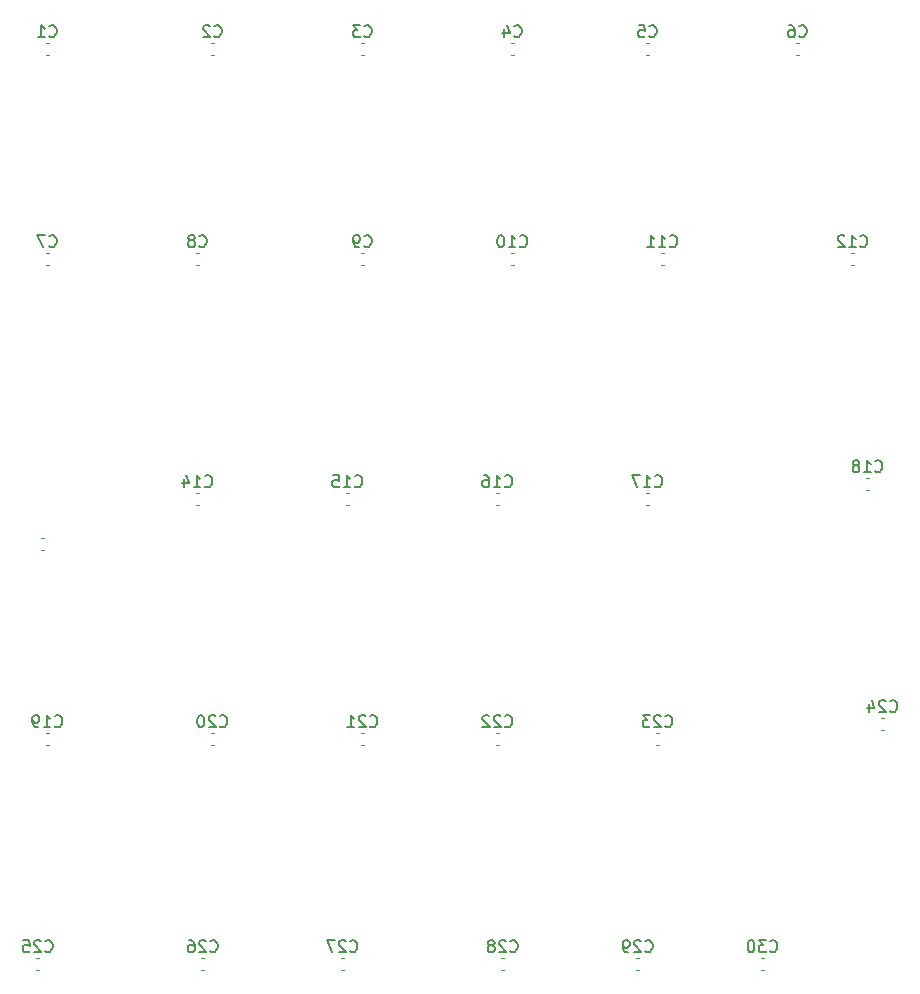
<source format=gbr>
%TF.GenerationSoftware,KiCad,Pcbnew,9.0.7*%
%TF.CreationDate,2026-02-20T03:41:17+09:00*%
%TF.ProjectId,YmmKeyboardMX,596d6d4b-6579-4626-9f61-72644d582e6b,rev?*%
%TF.SameCoordinates,Original*%
%TF.FileFunction,Legend,Bot*%
%TF.FilePolarity,Positive*%
%FSLAX46Y46*%
G04 Gerber Fmt 4.6, Leading zero omitted, Abs format (unit mm)*
G04 Created by KiCad (PCBNEW 9.0.7) date 2026-02-20 03:41:17*
%MOMM*%
%LPD*%
G01*
G04 APERTURE LIST*
%ADD10C,0.150000*%
%ADD11C,0.120000*%
G04 APERTURE END LIST*
D10*
X205112857Y-57349580D02*
X205160476Y-57397200D01*
X205160476Y-57397200D02*
X205303333Y-57444819D01*
X205303333Y-57444819D02*
X205398571Y-57444819D01*
X205398571Y-57444819D02*
X205541428Y-57397200D01*
X205541428Y-57397200D02*
X205636666Y-57301961D01*
X205636666Y-57301961D02*
X205684285Y-57206723D01*
X205684285Y-57206723D02*
X205731904Y-57016247D01*
X205731904Y-57016247D02*
X205731904Y-56873390D01*
X205731904Y-56873390D02*
X205684285Y-56682914D01*
X205684285Y-56682914D02*
X205636666Y-56587676D01*
X205636666Y-56587676D02*
X205541428Y-56492438D01*
X205541428Y-56492438D02*
X205398571Y-56444819D01*
X205398571Y-56444819D02*
X205303333Y-56444819D01*
X205303333Y-56444819D02*
X205160476Y-56492438D01*
X205160476Y-56492438D02*
X205112857Y-56540057D01*
X204160476Y-57444819D02*
X204731904Y-57444819D01*
X204446190Y-57444819D02*
X204446190Y-56444819D01*
X204446190Y-56444819D02*
X204541428Y-56587676D01*
X204541428Y-56587676D02*
X204636666Y-56682914D01*
X204636666Y-56682914D02*
X204731904Y-56730533D01*
X203779523Y-56540057D02*
X203731904Y-56492438D01*
X203731904Y-56492438D02*
X203636666Y-56444819D01*
X203636666Y-56444819D02*
X203398571Y-56444819D01*
X203398571Y-56444819D02*
X203303333Y-56492438D01*
X203303333Y-56492438D02*
X203255714Y-56540057D01*
X203255714Y-56540057D02*
X203208095Y-56635295D01*
X203208095Y-56635295D02*
X203208095Y-56730533D01*
X203208095Y-56730533D02*
X203255714Y-56873390D01*
X203255714Y-56873390D02*
X203827142Y-57444819D01*
X203827142Y-57444819D02*
X203208095Y-57444819D01*
X189010357Y-57349580D02*
X189057976Y-57397200D01*
X189057976Y-57397200D02*
X189200833Y-57444819D01*
X189200833Y-57444819D02*
X189296071Y-57444819D01*
X189296071Y-57444819D02*
X189438928Y-57397200D01*
X189438928Y-57397200D02*
X189534166Y-57301961D01*
X189534166Y-57301961D02*
X189581785Y-57206723D01*
X189581785Y-57206723D02*
X189629404Y-57016247D01*
X189629404Y-57016247D02*
X189629404Y-56873390D01*
X189629404Y-56873390D02*
X189581785Y-56682914D01*
X189581785Y-56682914D02*
X189534166Y-56587676D01*
X189534166Y-56587676D02*
X189438928Y-56492438D01*
X189438928Y-56492438D02*
X189296071Y-56444819D01*
X189296071Y-56444819D02*
X189200833Y-56444819D01*
X189200833Y-56444819D02*
X189057976Y-56492438D01*
X189057976Y-56492438D02*
X189010357Y-56540057D01*
X188057976Y-57444819D02*
X188629404Y-57444819D01*
X188343690Y-57444819D02*
X188343690Y-56444819D01*
X188343690Y-56444819D02*
X188438928Y-56587676D01*
X188438928Y-56587676D02*
X188534166Y-56682914D01*
X188534166Y-56682914D02*
X188629404Y-56730533D01*
X187105595Y-57444819D02*
X187677023Y-57444819D01*
X187391309Y-57444819D02*
X187391309Y-56444819D01*
X187391309Y-56444819D02*
X187486547Y-56587676D01*
X187486547Y-56587676D02*
X187581785Y-56682914D01*
X187581785Y-56682914D02*
X187677023Y-56730533D01*
X149640357Y-77669580D02*
X149687976Y-77717200D01*
X149687976Y-77717200D02*
X149830833Y-77764819D01*
X149830833Y-77764819D02*
X149926071Y-77764819D01*
X149926071Y-77764819D02*
X150068928Y-77717200D01*
X150068928Y-77717200D02*
X150164166Y-77621961D01*
X150164166Y-77621961D02*
X150211785Y-77526723D01*
X150211785Y-77526723D02*
X150259404Y-77336247D01*
X150259404Y-77336247D02*
X150259404Y-77193390D01*
X150259404Y-77193390D02*
X150211785Y-77002914D01*
X150211785Y-77002914D02*
X150164166Y-76907676D01*
X150164166Y-76907676D02*
X150068928Y-76812438D01*
X150068928Y-76812438D02*
X149926071Y-76764819D01*
X149926071Y-76764819D02*
X149830833Y-76764819D01*
X149830833Y-76764819D02*
X149687976Y-76812438D01*
X149687976Y-76812438D02*
X149640357Y-76860057D01*
X148687976Y-77764819D02*
X149259404Y-77764819D01*
X148973690Y-77764819D02*
X148973690Y-76764819D01*
X148973690Y-76764819D02*
X149068928Y-76907676D01*
X149068928Y-76907676D02*
X149164166Y-77002914D01*
X149164166Y-77002914D02*
X149259404Y-77050533D01*
X147830833Y-77098152D02*
X147830833Y-77764819D01*
X148068928Y-76717200D02*
X148307023Y-77431485D01*
X148307023Y-77431485D02*
X147687976Y-77431485D01*
X136125357Y-117039580D02*
X136172976Y-117087200D01*
X136172976Y-117087200D02*
X136315833Y-117134819D01*
X136315833Y-117134819D02*
X136411071Y-117134819D01*
X136411071Y-117134819D02*
X136553928Y-117087200D01*
X136553928Y-117087200D02*
X136649166Y-116991961D01*
X136649166Y-116991961D02*
X136696785Y-116896723D01*
X136696785Y-116896723D02*
X136744404Y-116706247D01*
X136744404Y-116706247D02*
X136744404Y-116563390D01*
X136744404Y-116563390D02*
X136696785Y-116372914D01*
X136696785Y-116372914D02*
X136649166Y-116277676D01*
X136649166Y-116277676D02*
X136553928Y-116182438D01*
X136553928Y-116182438D02*
X136411071Y-116134819D01*
X136411071Y-116134819D02*
X136315833Y-116134819D01*
X136315833Y-116134819D02*
X136172976Y-116182438D01*
X136172976Y-116182438D02*
X136125357Y-116230057D01*
X135744404Y-116230057D02*
X135696785Y-116182438D01*
X135696785Y-116182438D02*
X135601547Y-116134819D01*
X135601547Y-116134819D02*
X135363452Y-116134819D01*
X135363452Y-116134819D02*
X135268214Y-116182438D01*
X135268214Y-116182438D02*
X135220595Y-116230057D01*
X135220595Y-116230057D02*
X135172976Y-116325295D01*
X135172976Y-116325295D02*
X135172976Y-116420533D01*
X135172976Y-116420533D02*
X135220595Y-116563390D01*
X135220595Y-116563390D02*
X135792023Y-117134819D01*
X135792023Y-117134819D02*
X135172976Y-117134819D01*
X134268214Y-116134819D02*
X134744404Y-116134819D01*
X134744404Y-116134819D02*
X134792023Y-116611009D01*
X134792023Y-116611009D02*
X134744404Y-116563390D01*
X134744404Y-116563390D02*
X134649166Y-116515771D01*
X134649166Y-116515771D02*
X134411071Y-116515771D01*
X134411071Y-116515771D02*
X134315833Y-116563390D01*
X134315833Y-116563390D02*
X134268214Y-116611009D01*
X134268214Y-116611009D02*
X134220595Y-116706247D01*
X134220595Y-116706247D02*
X134220595Y-116944342D01*
X134220595Y-116944342D02*
X134268214Y-117039580D01*
X134268214Y-117039580D02*
X134315833Y-117087200D01*
X134315833Y-117087200D02*
X134411071Y-117134819D01*
X134411071Y-117134819D02*
X134649166Y-117134819D01*
X134649166Y-117134819D02*
X134744404Y-117087200D01*
X134744404Y-117087200D02*
X134792023Y-117039580D01*
X188602857Y-97989580D02*
X188650476Y-98037200D01*
X188650476Y-98037200D02*
X188793333Y-98084819D01*
X188793333Y-98084819D02*
X188888571Y-98084819D01*
X188888571Y-98084819D02*
X189031428Y-98037200D01*
X189031428Y-98037200D02*
X189126666Y-97941961D01*
X189126666Y-97941961D02*
X189174285Y-97846723D01*
X189174285Y-97846723D02*
X189221904Y-97656247D01*
X189221904Y-97656247D02*
X189221904Y-97513390D01*
X189221904Y-97513390D02*
X189174285Y-97322914D01*
X189174285Y-97322914D02*
X189126666Y-97227676D01*
X189126666Y-97227676D02*
X189031428Y-97132438D01*
X189031428Y-97132438D02*
X188888571Y-97084819D01*
X188888571Y-97084819D02*
X188793333Y-97084819D01*
X188793333Y-97084819D02*
X188650476Y-97132438D01*
X188650476Y-97132438D02*
X188602857Y-97180057D01*
X188221904Y-97180057D02*
X188174285Y-97132438D01*
X188174285Y-97132438D02*
X188079047Y-97084819D01*
X188079047Y-97084819D02*
X187840952Y-97084819D01*
X187840952Y-97084819D02*
X187745714Y-97132438D01*
X187745714Y-97132438D02*
X187698095Y-97180057D01*
X187698095Y-97180057D02*
X187650476Y-97275295D01*
X187650476Y-97275295D02*
X187650476Y-97370533D01*
X187650476Y-97370533D02*
X187698095Y-97513390D01*
X187698095Y-97513390D02*
X188269523Y-98084819D01*
X188269523Y-98084819D02*
X187650476Y-98084819D01*
X187317142Y-97084819D02*
X186698095Y-97084819D01*
X186698095Y-97084819D02*
X187031428Y-97465771D01*
X187031428Y-97465771D02*
X186888571Y-97465771D01*
X186888571Y-97465771D02*
X186793333Y-97513390D01*
X186793333Y-97513390D02*
X186745714Y-97561009D01*
X186745714Y-97561009D02*
X186698095Y-97656247D01*
X186698095Y-97656247D02*
X186698095Y-97894342D01*
X186698095Y-97894342D02*
X186745714Y-97989580D01*
X186745714Y-97989580D02*
X186793333Y-98037200D01*
X186793333Y-98037200D02*
X186888571Y-98084819D01*
X186888571Y-98084819D02*
X187174285Y-98084819D01*
X187174285Y-98084819D02*
X187269523Y-98037200D01*
X187269523Y-98037200D02*
X187317142Y-97989580D01*
X162340357Y-77669580D02*
X162387976Y-77717200D01*
X162387976Y-77717200D02*
X162530833Y-77764819D01*
X162530833Y-77764819D02*
X162626071Y-77764819D01*
X162626071Y-77764819D02*
X162768928Y-77717200D01*
X162768928Y-77717200D02*
X162864166Y-77621961D01*
X162864166Y-77621961D02*
X162911785Y-77526723D01*
X162911785Y-77526723D02*
X162959404Y-77336247D01*
X162959404Y-77336247D02*
X162959404Y-77193390D01*
X162959404Y-77193390D02*
X162911785Y-77002914D01*
X162911785Y-77002914D02*
X162864166Y-76907676D01*
X162864166Y-76907676D02*
X162768928Y-76812438D01*
X162768928Y-76812438D02*
X162626071Y-76764819D01*
X162626071Y-76764819D02*
X162530833Y-76764819D01*
X162530833Y-76764819D02*
X162387976Y-76812438D01*
X162387976Y-76812438D02*
X162340357Y-76860057D01*
X161387976Y-77764819D02*
X161959404Y-77764819D01*
X161673690Y-77764819D02*
X161673690Y-76764819D01*
X161673690Y-76764819D02*
X161768928Y-76907676D01*
X161768928Y-76907676D02*
X161864166Y-77002914D01*
X161864166Y-77002914D02*
X161959404Y-77050533D01*
X160483214Y-76764819D02*
X160959404Y-76764819D01*
X160959404Y-76764819D02*
X161007023Y-77241009D01*
X161007023Y-77241009D02*
X160959404Y-77193390D01*
X160959404Y-77193390D02*
X160864166Y-77145771D01*
X160864166Y-77145771D02*
X160626071Y-77145771D01*
X160626071Y-77145771D02*
X160530833Y-77193390D01*
X160530833Y-77193390D02*
X160483214Y-77241009D01*
X160483214Y-77241009D02*
X160435595Y-77336247D01*
X160435595Y-77336247D02*
X160435595Y-77574342D01*
X160435595Y-77574342D02*
X160483214Y-77669580D01*
X160483214Y-77669580D02*
X160530833Y-77717200D01*
X160530833Y-77717200D02*
X160626071Y-77764819D01*
X160626071Y-77764819D02*
X160864166Y-77764819D01*
X160864166Y-77764819D02*
X160959404Y-77717200D01*
X160959404Y-77717200D02*
X161007023Y-77669580D01*
X163134166Y-57349580D02*
X163181785Y-57397200D01*
X163181785Y-57397200D02*
X163324642Y-57444819D01*
X163324642Y-57444819D02*
X163419880Y-57444819D01*
X163419880Y-57444819D02*
X163562737Y-57397200D01*
X163562737Y-57397200D02*
X163657975Y-57301961D01*
X163657975Y-57301961D02*
X163705594Y-57206723D01*
X163705594Y-57206723D02*
X163753213Y-57016247D01*
X163753213Y-57016247D02*
X163753213Y-56873390D01*
X163753213Y-56873390D02*
X163705594Y-56682914D01*
X163705594Y-56682914D02*
X163657975Y-56587676D01*
X163657975Y-56587676D02*
X163562737Y-56492438D01*
X163562737Y-56492438D02*
X163419880Y-56444819D01*
X163419880Y-56444819D02*
X163324642Y-56444819D01*
X163324642Y-56444819D02*
X163181785Y-56492438D01*
X163181785Y-56492438D02*
X163134166Y-56540057D01*
X162657975Y-57444819D02*
X162467499Y-57444819D01*
X162467499Y-57444819D02*
X162372261Y-57397200D01*
X162372261Y-57397200D02*
X162324642Y-57349580D01*
X162324642Y-57349580D02*
X162229404Y-57206723D01*
X162229404Y-57206723D02*
X162181785Y-57016247D01*
X162181785Y-57016247D02*
X162181785Y-56635295D01*
X162181785Y-56635295D02*
X162229404Y-56540057D01*
X162229404Y-56540057D02*
X162277023Y-56492438D01*
X162277023Y-56492438D02*
X162372261Y-56444819D01*
X162372261Y-56444819D02*
X162562737Y-56444819D01*
X162562737Y-56444819D02*
X162657975Y-56492438D01*
X162657975Y-56492438D02*
X162705594Y-56540057D01*
X162705594Y-56540057D02*
X162753213Y-56635295D01*
X162753213Y-56635295D02*
X162753213Y-56873390D01*
X162753213Y-56873390D02*
X162705594Y-56968628D01*
X162705594Y-56968628D02*
X162657975Y-57016247D01*
X162657975Y-57016247D02*
X162562737Y-57063866D01*
X162562737Y-57063866D02*
X162372261Y-57063866D01*
X162372261Y-57063866D02*
X162277023Y-57016247D01*
X162277023Y-57016247D02*
X162229404Y-56968628D01*
X162229404Y-56968628D02*
X162181785Y-56873390D01*
X186925357Y-117039580D02*
X186972976Y-117087200D01*
X186972976Y-117087200D02*
X187115833Y-117134819D01*
X187115833Y-117134819D02*
X187211071Y-117134819D01*
X187211071Y-117134819D02*
X187353928Y-117087200D01*
X187353928Y-117087200D02*
X187449166Y-116991961D01*
X187449166Y-116991961D02*
X187496785Y-116896723D01*
X187496785Y-116896723D02*
X187544404Y-116706247D01*
X187544404Y-116706247D02*
X187544404Y-116563390D01*
X187544404Y-116563390D02*
X187496785Y-116372914D01*
X187496785Y-116372914D02*
X187449166Y-116277676D01*
X187449166Y-116277676D02*
X187353928Y-116182438D01*
X187353928Y-116182438D02*
X187211071Y-116134819D01*
X187211071Y-116134819D02*
X187115833Y-116134819D01*
X187115833Y-116134819D02*
X186972976Y-116182438D01*
X186972976Y-116182438D02*
X186925357Y-116230057D01*
X186544404Y-116230057D02*
X186496785Y-116182438D01*
X186496785Y-116182438D02*
X186401547Y-116134819D01*
X186401547Y-116134819D02*
X186163452Y-116134819D01*
X186163452Y-116134819D02*
X186068214Y-116182438D01*
X186068214Y-116182438D02*
X186020595Y-116230057D01*
X186020595Y-116230057D02*
X185972976Y-116325295D01*
X185972976Y-116325295D02*
X185972976Y-116420533D01*
X185972976Y-116420533D02*
X186020595Y-116563390D01*
X186020595Y-116563390D02*
X186592023Y-117134819D01*
X186592023Y-117134819D02*
X185972976Y-117134819D01*
X185496785Y-117134819D02*
X185306309Y-117134819D01*
X185306309Y-117134819D02*
X185211071Y-117087200D01*
X185211071Y-117087200D02*
X185163452Y-117039580D01*
X185163452Y-117039580D02*
X185068214Y-116896723D01*
X185068214Y-116896723D02*
X185020595Y-116706247D01*
X185020595Y-116706247D02*
X185020595Y-116325295D01*
X185020595Y-116325295D02*
X185068214Y-116230057D01*
X185068214Y-116230057D02*
X185115833Y-116182438D01*
X185115833Y-116182438D02*
X185211071Y-116134819D01*
X185211071Y-116134819D02*
X185401547Y-116134819D01*
X185401547Y-116134819D02*
X185496785Y-116182438D01*
X185496785Y-116182438D02*
X185544404Y-116230057D01*
X185544404Y-116230057D02*
X185592023Y-116325295D01*
X185592023Y-116325295D02*
X185592023Y-116563390D01*
X185592023Y-116563390D02*
X185544404Y-116658628D01*
X185544404Y-116658628D02*
X185496785Y-116706247D01*
X185496785Y-116706247D02*
X185401547Y-116753866D01*
X185401547Y-116753866D02*
X185211071Y-116753866D01*
X185211071Y-116753866D02*
X185115833Y-116706247D01*
X185115833Y-116706247D02*
X185068214Y-116658628D01*
X185068214Y-116658628D02*
X185020595Y-116563390D01*
X161932857Y-117039580D02*
X161980476Y-117087200D01*
X161980476Y-117087200D02*
X162123333Y-117134819D01*
X162123333Y-117134819D02*
X162218571Y-117134819D01*
X162218571Y-117134819D02*
X162361428Y-117087200D01*
X162361428Y-117087200D02*
X162456666Y-116991961D01*
X162456666Y-116991961D02*
X162504285Y-116896723D01*
X162504285Y-116896723D02*
X162551904Y-116706247D01*
X162551904Y-116706247D02*
X162551904Y-116563390D01*
X162551904Y-116563390D02*
X162504285Y-116372914D01*
X162504285Y-116372914D02*
X162456666Y-116277676D01*
X162456666Y-116277676D02*
X162361428Y-116182438D01*
X162361428Y-116182438D02*
X162218571Y-116134819D01*
X162218571Y-116134819D02*
X162123333Y-116134819D01*
X162123333Y-116134819D02*
X161980476Y-116182438D01*
X161980476Y-116182438D02*
X161932857Y-116230057D01*
X161551904Y-116230057D02*
X161504285Y-116182438D01*
X161504285Y-116182438D02*
X161409047Y-116134819D01*
X161409047Y-116134819D02*
X161170952Y-116134819D01*
X161170952Y-116134819D02*
X161075714Y-116182438D01*
X161075714Y-116182438D02*
X161028095Y-116230057D01*
X161028095Y-116230057D02*
X160980476Y-116325295D01*
X160980476Y-116325295D02*
X160980476Y-116420533D01*
X160980476Y-116420533D02*
X161028095Y-116563390D01*
X161028095Y-116563390D02*
X161599523Y-117134819D01*
X161599523Y-117134819D02*
X160980476Y-117134819D01*
X160647142Y-116134819D02*
X159980476Y-116134819D01*
X159980476Y-116134819D02*
X160409047Y-117134819D01*
X175040357Y-97989580D02*
X175087976Y-98037200D01*
X175087976Y-98037200D02*
X175230833Y-98084819D01*
X175230833Y-98084819D02*
X175326071Y-98084819D01*
X175326071Y-98084819D02*
X175468928Y-98037200D01*
X175468928Y-98037200D02*
X175564166Y-97941961D01*
X175564166Y-97941961D02*
X175611785Y-97846723D01*
X175611785Y-97846723D02*
X175659404Y-97656247D01*
X175659404Y-97656247D02*
X175659404Y-97513390D01*
X175659404Y-97513390D02*
X175611785Y-97322914D01*
X175611785Y-97322914D02*
X175564166Y-97227676D01*
X175564166Y-97227676D02*
X175468928Y-97132438D01*
X175468928Y-97132438D02*
X175326071Y-97084819D01*
X175326071Y-97084819D02*
X175230833Y-97084819D01*
X175230833Y-97084819D02*
X175087976Y-97132438D01*
X175087976Y-97132438D02*
X175040357Y-97180057D01*
X174659404Y-97180057D02*
X174611785Y-97132438D01*
X174611785Y-97132438D02*
X174516547Y-97084819D01*
X174516547Y-97084819D02*
X174278452Y-97084819D01*
X174278452Y-97084819D02*
X174183214Y-97132438D01*
X174183214Y-97132438D02*
X174135595Y-97180057D01*
X174135595Y-97180057D02*
X174087976Y-97275295D01*
X174087976Y-97275295D02*
X174087976Y-97370533D01*
X174087976Y-97370533D02*
X174135595Y-97513390D01*
X174135595Y-97513390D02*
X174707023Y-98084819D01*
X174707023Y-98084819D02*
X174087976Y-98084819D01*
X173707023Y-97180057D02*
X173659404Y-97132438D01*
X173659404Y-97132438D02*
X173564166Y-97084819D01*
X173564166Y-97084819D02*
X173326071Y-97084819D01*
X173326071Y-97084819D02*
X173230833Y-97132438D01*
X173230833Y-97132438D02*
X173183214Y-97180057D01*
X173183214Y-97180057D02*
X173135595Y-97275295D01*
X173135595Y-97275295D02*
X173135595Y-97370533D01*
X173135595Y-97370533D02*
X173183214Y-97513390D01*
X173183214Y-97513390D02*
X173754642Y-98084819D01*
X173754642Y-98084819D02*
X173135595Y-98084819D01*
X136464166Y-57349580D02*
X136511785Y-57397200D01*
X136511785Y-57397200D02*
X136654642Y-57444819D01*
X136654642Y-57444819D02*
X136749880Y-57444819D01*
X136749880Y-57444819D02*
X136892737Y-57397200D01*
X136892737Y-57397200D02*
X136987975Y-57301961D01*
X136987975Y-57301961D02*
X137035594Y-57206723D01*
X137035594Y-57206723D02*
X137083213Y-57016247D01*
X137083213Y-57016247D02*
X137083213Y-56873390D01*
X137083213Y-56873390D02*
X137035594Y-56682914D01*
X137035594Y-56682914D02*
X136987975Y-56587676D01*
X136987975Y-56587676D02*
X136892737Y-56492438D01*
X136892737Y-56492438D02*
X136749880Y-56444819D01*
X136749880Y-56444819D02*
X136654642Y-56444819D01*
X136654642Y-56444819D02*
X136511785Y-56492438D01*
X136511785Y-56492438D02*
X136464166Y-56540057D01*
X136130832Y-56444819D02*
X135464166Y-56444819D01*
X135464166Y-56444819D02*
X135892737Y-57444819D01*
X175495357Y-117039580D02*
X175542976Y-117087200D01*
X175542976Y-117087200D02*
X175685833Y-117134819D01*
X175685833Y-117134819D02*
X175781071Y-117134819D01*
X175781071Y-117134819D02*
X175923928Y-117087200D01*
X175923928Y-117087200D02*
X176019166Y-116991961D01*
X176019166Y-116991961D02*
X176066785Y-116896723D01*
X176066785Y-116896723D02*
X176114404Y-116706247D01*
X176114404Y-116706247D02*
X176114404Y-116563390D01*
X176114404Y-116563390D02*
X176066785Y-116372914D01*
X176066785Y-116372914D02*
X176019166Y-116277676D01*
X176019166Y-116277676D02*
X175923928Y-116182438D01*
X175923928Y-116182438D02*
X175781071Y-116134819D01*
X175781071Y-116134819D02*
X175685833Y-116134819D01*
X175685833Y-116134819D02*
X175542976Y-116182438D01*
X175542976Y-116182438D02*
X175495357Y-116230057D01*
X175114404Y-116230057D02*
X175066785Y-116182438D01*
X175066785Y-116182438D02*
X174971547Y-116134819D01*
X174971547Y-116134819D02*
X174733452Y-116134819D01*
X174733452Y-116134819D02*
X174638214Y-116182438D01*
X174638214Y-116182438D02*
X174590595Y-116230057D01*
X174590595Y-116230057D02*
X174542976Y-116325295D01*
X174542976Y-116325295D02*
X174542976Y-116420533D01*
X174542976Y-116420533D02*
X174590595Y-116563390D01*
X174590595Y-116563390D02*
X175162023Y-117134819D01*
X175162023Y-117134819D02*
X174542976Y-117134819D01*
X173971547Y-116563390D02*
X174066785Y-116515771D01*
X174066785Y-116515771D02*
X174114404Y-116468152D01*
X174114404Y-116468152D02*
X174162023Y-116372914D01*
X174162023Y-116372914D02*
X174162023Y-116325295D01*
X174162023Y-116325295D02*
X174114404Y-116230057D01*
X174114404Y-116230057D02*
X174066785Y-116182438D01*
X174066785Y-116182438D02*
X173971547Y-116134819D01*
X173971547Y-116134819D02*
X173781071Y-116134819D01*
X173781071Y-116134819D02*
X173685833Y-116182438D01*
X173685833Y-116182438D02*
X173638214Y-116230057D01*
X173638214Y-116230057D02*
X173590595Y-116325295D01*
X173590595Y-116325295D02*
X173590595Y-116372914D01*
X173590595Y-116372914D02*
X173638214Y-116468152D01*
X173638214Y-116468152D02*
X173685833Y-116515771D01*
X173685833Y-116515771D02*
X173781071Y-116563390D01*
X173781071Y-116563390D02*
X173971547Y-116563390D01*
X173971547Y-116563390D02*
X174066785Y-116611009D01*
X174066785Y-116611009D02*
X174114404Y-116658628D01*
X174114404Y-116658628D02*
X174162023Y-116753866D01*
X174162023Y-116753866D02*
X174162023Y-116944342D01*
X174162023Y-116944342D02*
X174114404Y-117039580D01*
X174114404Y-117039580D02*
X174066785Y-117087200D01*
X174066785Y-117087200D02*
X173971547Y-117134819D01*
X173971547Y-117134819D02*
X173781071Y-117134819D01*
X173781071Y-117134819D02*
X173685833Y-117087200D01*
X173685833Y-117087200D02*
X173638214Y-117039580D01*
X173638214Y-117039580D02*
X173590595Y-116944342D01*
X173590595Y-116944342D02*
X173590595Y-116753866D01*
X173590595Y-116753866D02*
X173638214Y-116658628D01*
X173638214Y-116658628D02*
X173685833Y-116611009D01*
X173685833Y-116611009D02*
X173781071Y-116563390D01*
X175040357Y-77669580D02*
X175087976Y-77717200D01*
X175087976Y-77717200D02*
X175230833Y-77764819D01*
X175230833Y-77764819D02*
X175326071Y-77764819D01*
X175326071Y-77764819D02*
X175468928Y-77717200D01*
X175468928Y-77717200D02*
X175564166Y-77621961D01*
X175564166Y-77621961D02*
X175611785Y-77526723D01*
X175611785Y-77526723D02*
X175659404Y-77336247D01*
X175659404Y-77336247D02*
X175659404Y-77193390D01*
X175659404Y-77193390D02*
X175611785Y-77002914D01*
X175611785Y-77002914D02*
X175564166Y-76907676D01*
X175564166Y-76907676D02*
X175468928Y-76812438D01*
X175468928Y-76812438D02*
X175326071Y-76764819D01*
X175326071Y-76764819D02*
X175230833Y-76764819D01*
X175230833Y-76764819D02*
X175087976Y-76812438D01*
X175087976Y-76812438D02*
X175040357Y-76860057D01*
X174087976Y-77764819D02*
X174659404Y-77764819D01*
X174373690Y-77764819D02*
X174373690Y-76764819D01*
X174373690Y-76764819D02*
X174468928Y-76907676D01*
X174468928Y-76907676D02*
X174564166Y-77002914D01*
X174564166Y-77002914D02*
X174659404Y-77050533D01*
X173230833Y-76764819D02*
X173421309Y-76764819D01*
X173421309Y-76764819D02*
X173516547Y-76812438D01*
X173516547Y-76812438D02*
X173564166Y-76860057D01*
X173564166Y-76860057D02*
X173659404Y-77002914D01*
X173659404Y-77002914D02*
X173707023Y-77193390D01*
X173707023Y-77193390D02*
X173707023Y-77574342D01*
X173707023Y-77574342D02*
X173659404Y-77669580D01*
X173659404Y-77669580D02*
X173611785Y-77717200D01*
X173611785Y-77717200D02*
X173516547Y-77764819D01*
X173516547Y-77764819D02*
X173326071Y-77764819D01*
X173326071Y-77764819D02*
X173230833Y-77717200D01*
X173230833Y-77717200D02*
X173183214Y-77669580D01*
X173183214Y-77669580D02*
X173135595Y-77574342D01*
X173135595Y-77574342D02*
X173135595Y-77336247D01*
X173135595Y-77336247D02*
X173183214Y-77241009D01*
X173183214Y-77241009D02*
X173230833Y-77193390D01*
X173230833Y-77193390D02*
X173326071Y-77145771D01*
X173326071Y-77145771D02*
X173516547Y-77145771D01*
X173516547Y-77145771D02*
X173611785Y-77193390D01*
X173611785Y-77193390D02*
X173659404Y-77241009D01*
X173659404Y-77241009D02*
X173707023Y-77336247D01*
X149164166Y-57349580D02*
X149211785Y-57397200D01*
X149211785Y-57397200D02*
X149354642Y-57444819D01*
X149354642Y-57444819D02*
X149449880Y-57444819D01*
X149449880Y-57444819D02*
X149592737Y-57397200D01*
X149592737Y-57397200D02*
X149687975Y-57301961D01*
X149687975Y-57301961D02*
X149735594Y-57206723D01*
X149735594Y-57206723D02*
X149783213Y-57016247D01*
X149783213Y-57016247D02*
X149783213Y-56873390D01*
X149783213Y-56873390D02*
X149735594Y-56682914D01*
X149735594Y-56682914D02*
X149687975Y-56587676D01*
X149687975Y-56587676D02*
X149592737Y-56492438D01*
X149592737Y-56492438D02*
X149449880Y-56444819D01*
X149449880Y-56444819D02*
X149354642Y-56444819D01*
X149354642Y-56444819D02*
X149211785Y-56492438D01*
X149211785Y-56492438D02*
X149164166Y-56540057D01*
X148592737Y-56873390D02*
X148687975Y-56825771D01*
X148687975Y-56825771D02*
X148735594Y-56778152D01*
X148735594Y-56778152D02*
X148783213Y-56682914D01*
X148783213Y-56682914D02*
X148783213Y-56635295D01*
X148783213Y-56635295D02*
X148735594Y-56540057D01*
X148735594Y-56540057D02*
X148687975Y-56492438D01*
X148687975Y-56492438D02*
X148592737Y-56444819D01*
X148592737Y-56444819D02*
X148402261Y-56444819D01*
X148402261Y-56444819D02*
X148307023Y-56492438D01*
X148307023Y-56492438D02*
X148259404Y-56540057D01*
X148259404Y-56540057D02*
X148211785Y-56635295D01*
X148211785Y-56635295D02*
X148211785Y-56682914D01*
X148211785Y-56682914D02*
X148259404Y-56778152D01*
X148259404Y-56778152D02*
X148307023Y-56825771D01*
X148307023Y-56825771D02*
X148402261Y-56873390D01*
X148402261Y-56873390D02*
X148592737Y-56873390D01*
X148592737Y-56873390D02*
X148687975Y-56921009D01*
X148687975Y-56921009D02*
X148735594Y-56968628D01*
X148735594Y-56968628D02*
X148783213Y-57063866D01*
X148783213Y-57063866D02*
X148783213Y-57254342D01*
X148783213Y-57254342D02*
X148735594Y-57349580D01*
X148735594Y-57349580D02*
X148687975Y-57397200D01*
X148687975Y-57397200D02*
X148592737Y-57444819D01*
X148592737Y-57444819D02*
X148402261Y-57444819D01*
X148402261Y-57444819D02*
X148307023Y-57397200D01*
X148307023Y-57397200D02*
X148259404Y-57349580D01*
X148259404Y-57349580D02*
X148211785Y-57254342D01*
X148211785Y-57254342D02*
X148211785Y-57063866D01*
X148211785Y-57063866D02*
X148259404Y-56968628D01*
X148259404Y-56968628D02*
X148307023Y-56921009D01*
X148307023Y-56921009D02*
X148402261Y-56873390D01*
X136940357Y-97989580D02*
X136987976Y-98037200D01*
X136987976Y-98037200D02*
X137130833Y-98084819D01*
X137130833Y-98084819D02*
X137226071Y-98084819D01*
X137226071Y-98084819D02*
X137368928Y-98037200D01*
X137368928Y-98037200D02*
X137464166Y-97941961D01*
X137464166Y-97941961D02*
X137511785Y-97846723D01*
X137511785Y-97846723D02*
X137559404Y-97656247D01*
X137559404Y-97656247D02*
X137559404Y-97513390D01*
X137559404Y-97513390D02*
X137511785Y-97322914D01*
X137511785Y-97322914D02*
X137464166Y-97227676D01*
X137464166Y-97227676D02*
X137368928Y-97132438D01*
X137368928Y-97132438D02*
X137226071Y-97084819D01*
X137226071Y-97084819D02*
X137130833Y-97084819D01*
X137130833Y-97084819D02*
X136987976Y-97132438D01*
X136987976Y-97132438D02*
X136940357Y-97180057D01*
X135987976Y-98084819D02*
X136559404Y-98084819D01*
X136273690Y-98084819D02*
X136273690Y-97084819D01*
X136273690Y-97084819D02*
X136368928Y-97227676D01*
X136368928Y-97227676D02*
X136464166Y-97322914D01*
X136464166Y-97322914D02*
X136559404Y-97370533D01*
X135511785Y-98084819D02*
X135321309Y-98084819D01*
X135321309Y-98084819D02*
X135226071Y-98037200D01*
X135226071Y-98037200D02*
X135178452Y-97989580D01*
X135178452Y-97989580D02*
X135083214Y-97846723D01*
X135083214Y-97846723D02*
X135035595Y-97656247D01*
X135035595Y-97656247D02*
X135035595Y-97275295D01*
X135035595Y-97275295D02*
X135083214Y-97180057D01*
X135083214Y-97180057D02*
X135130833Y-97132438D01*
X135130833Y-97132438D02*
X135226071Y-97084819D01*
X135226071Y-97084819D02*
X135416547Y-97084819D01*
X135416547Y-97084819D02*
X135511785Y-97132438D01*
X135511785Y-97132438D02*
X135559404Y-97180057D01*
X135559404Y-97180057D02*
X135607023Y-97275295D01*
X135607023Y-97275295D02*
X135607023Y-97513390D01*
X135607023Y-97513390D02*
X135559404Y-97608628D01*
X135559404Y-97608628D02*
X135511785Y-97656247D01*
X135511785Y-97656247D02*
X135416547Y-97703866D01*
X135416547Y-97703866D02*
X135226071Y-97703866D01*
X135226071Y-97703866D02*
X135130833Y-97656247D01*
X135130833Y-97656247D02*
X135083214Y-97608628D01*
X135083214Y-97608628D02*
X135035595Y-97513390D01*
X163134166Y-39569580D02*
X163181785Y-39617200D01*
X163181785Y-39617200D02*
X163324642Y-39664819D01*
X163324642Y-39664819D02*
X163419880Y-39664819D01*
X163419880Y-39664819D02*
X163562737Y-39617200D01*
X163562737Y-39617200D02*
X163657975Y-39521961D01*
X163657975Y-39521961D02*
X163705594Y-39426723D01*
X163705594Y-39426723D02*
X163753213Y-39236247D01*
X163753213Y-39236247D02*
X163753213Y-39093390D01*
X163753213Y-39093390D02*
X163705594Y-38902914D01*
X163705594Y-38902914D02*
X163657975Y-38807676D01*
X163657975Y-38807676D02*
X163562737Y-38712438D01*
X163562737Y-38712438D02*
X163419880Y-38664819D01*
X163419880Y-38664819D02*
X163324642Y-38664819D01*
X163324642Y-38664819D02*
X163181785Y-38712438D01*
X163181785Y-38712438D02*
X163134166Y-38760057D01*
X162800832Y-38664819D02*
X162181785Y-38664819D01*
X162181785Y-38664819D02*
X162515118Y-39045771D01*
X162515118Y-39045771D02*
X162372261Y-39045771D01*
X162372261Y-39045771D02*
X162277023Y-39093390D01*
X162277023Y-39093390D02*
X162229404Y-39141009D01*
X162229404Y-39141009D02*
X162181785Y-39236247D01*
X162181785Y-39236247D02*
X162181785Y-39474342D01*
X162181785Y-39474342D02*
X162229404Y-39569580D01*
X162229404Y-39569580D02*
X162277023Y-39617200D01*
X162277023Y-39617200D02*
X162372261Y-39664819D01*
X162372261Y-39664819D02*
X162657975Y-39664819D01*
X162657975Y-39664819D02*
X162753213Y-39617200D01*
X162753213Y-39617200D02*
X162800832Y-39569580D01*
X150434166Y-39569580D02*
X150481785Y-39617200D01*
X150481785Y-39617200D02*
X150624642Y-39664819D01*
X150624642Y-39664819D02*
X150719880Y-39664819D01*
X150719880Y-39664819D02*
X150862737Y-39617200D01*
X150862737Y-39617200D02*
X150957975Y-39521961D01*
X150957975Y-39521961D02*
X151005594Y-39426723D01*
X151005594Y-39426723D02*
X151053213Y-39236247D01*
X151053213Y-39236247D02*
X151053213Y-39093390D01*
X151053213Y-39093390D02*
X151005594Y-38902914D01*
X151005594Y-38902914D02*
X150957975Y-38807676D01*
X150957975Y-38807676D02*
X150862737Y-38712438D01*
X150862737Y-38712438D02*
X150719880Y-38664819D01*
X150719880Y-38664819D02*
X150624642Y-38664819D01*
X150624642Y-38664819D02*
X150481785Y-38712438D01*
X150481785Y-38712438D02*
X150434166Y-38760057D01*
X150053213Y-38760057D02*
X150005594Y-38712438D01*
X150005594Y-38712438D02*
X149910356Y-38664819D01*
X149910356Y-38664819D02*
X149672261Y-38664819D01*
X149672261Y-38664819D02*
X149577023Y-38712438D01*
X149577023Y-38712438D02*
X149529404Y-38760057D01*
X149529404Y-38760057D02*
X149481785Y-38855295D01*
X149481785Y-38855295D02*
X149481785Y-38950533D01*
X149481785Y-38950533D02*
X149529404Y-39093390D01*
X149529404Y-39093390D02*
X150100832Y-39664819D01*
X150100832Y-39664819D02*
X149481785Y-39664819D01*
X197492857Y-117039580D02*
X197540476Y-117087200D01*
X197540476Y-117087200D02*
X197683333Y-117134819D01*
X197683333Y-117134819D02*
X197778571Y-117134819D01*
X197778571Y-117134819D02*
X197921428Y-117087200D01*
X197921428Y-117087200D02*
X198016666Y-116991961D01*
X198016666Y-116991961D02*
X198064285Y-116896723D01*
X198064285Y-116896723D02*
X198111904Y-116706247D01*
X198111904Y-116706247D02*
X198111904Y-116563390D01*
X198111904Y-116563390D02*
X198064285Y-116372914D01*
X198064285Y-116372914D02*
X198016666Y-116277676D01*
X198016666Y-116277676D02*
X197921428Y-116182438D01*
X197921428Y-116182438D02*
X197778571Y-116134819D01*
X197778571Y-116134819D02*
X197683333Y-116134819D01*
X197683333Y-116134819D02*
X197540476Y-116182438D01*
X197540476Y-116182438D02*
X197492857Y-116230057D01*
X197159523Y-116134819D02*
X196540476Y-116134819D01*
X196540476Y-116134819D02*
X196873809Y-116515771D01*
X196873809Y-116515771D02*
X196730952Y-116515771D01*
X196730952Y-116515771D02*
X196635714Y-116563390D01*
X196635714Y-116563390D02*
X196588095Y-116611009D01*
X196588095Y-116611009D02*
X196540476Y-116706247D01*
X196540476Y-116706247D02*
X196540476Y-116944342D01*
X196540476Y-116944342D02*
X196588095Y-117039580D01*
X196588095Y-117039580D02*
X196635714Y-117087200D01*
X196635714Y-117087200D02*
X196730952Y-117134819D01*
X196730952Y-117134819D02*
X197016666Y-117134819D01*
X197016666Y-117134819D02*
X197111904Y-117087200D01*
X197111904Y-117087200D02*
X197159523Y-117039580D01*
X195921428Y-116134819D02*
X195826190Y-116134819D01*
X195826190Y-116134819D02*
X195730952Y-116182438D01*
X195730952Y-116182438D02*
X195683333Y-116230057D01*
X195683333Y-116230057D02*
X195635714Y-116325295D01*
X195635714Y-116325295D02*
X195588095Y-116515771D01*
X195588095Y-116515771D02*
X195588095Y-116753866D01*
X195588095Y-116753866D02*
X195635714Y-116944342D01*
X195635714Y-116944342D02*
X195683333Y-117039580D01*
X195683333Y-117039580D02*
X195730952Y-117087200D01*
X195730952Y-117087200D02*
X195826190Y-117134819D01*
X195826190Y-117134819D02*
X195921428Y-117134819D01*
X195921428Y-117134819D02*
X196016666Y-117087200D01*
X196016666Y-117087200D02*
X196064285Y-117039580D01*
X196064285Y-117039580D02*
X196111904Y-116944342D01*
X196111904Y-116944342D02*
X196159523Y-116753866D01*
X196159523Y-116753866D02*
X196159523Y-116515771D01*
X196159523Y-116515771D02*
X196111904Y-116325295D01*
X196111904Y-116325295D02*
X196064285Y-116230057D01*
X196064285Y-116230057D02*
X196016666Y-116182438D01*
X196016666Y-116182438D02*
X195921428Y-116134819D01*
X163610357Y-97989580D02*
X163657976Y-98037200D01*
X163657976Y-98037200D02*
X163800833Y-98084819D01*
X163800833Y-98084819D02*
X163896071Y-98084819D01*
X163896071Y-98084819D02*
X164038928Y-98037200D01*
X164038928Y-98037200D02*
X164134166Y-97941961D01*
X164134166Y-97941961D02*
X164181785Y-97846723D01*
X164181785Y-97846723D02*
X164229404Y-97656247D01*
X164229404Y-97656247D02*
X164229404Y-97513390D01*
X164229404Y-97513390D02*
X164181785Y-97322914D01*
X164181785Y-97322914D02*
X164134166Y-97227676D01*
X164134166Y-97227676D02*
X164038928Y-97132438D01*
X164038928Y-97132438D02*
X163896071Y-97084819D01*
X163896071Y-97084819D02*
X163800833Y-97084819D01*
X163800833Y-97084819D02*
X163657976Y-97132438D01*
X163657976Y-97132438D02*
X163610357Y-97180057D01*
X163229404Y-97180057D02*
X163181785Y-97132438D01*
X163181785Y-97132438D02*
X163086547Y-97084819D01*
X163086547Y-97084819D02*
X162848452Y-97084819D01*
X162848452Y-97084819D02*
X162753214Y-97132438D01*
X162753214Y-97132438D02*
X162705595Y-97180057D01*
X162705595Y-97180057D02*
X162657976Y-97275295D01*
X162657976Y-97275295D02*
X162657976Y-97370533D01*
X162657976Y-97370533D02*
X162705595Y-97513390D01*
X162705595Y-97513390D02*
X163277023Y-98084819D01*
X163277023Y-98084819D02*
X162657976Y-98084819D01*
X161705595Y-98084819D02*
X162277023Y-98084819D01*
X161991309Y-98084819D02*
X161991309Y-97084819D01*
X161991309Y-97084819D02*
X162086547Y-97227676D01*
X162086547Y-97227676D02*
X162181785Y-97322914D01*
X162181785Y-97322914D02*
X162277023Y-97370533D01*
X150910357Y-97989580D02*
X150957976Y-98037200D01*
X150957976Y-98037200D02*
X151100833Y-98084819D01*
X151100833Y-98084819D02*
X151196071Y-98084819D01*
X151196071Y-98084819D02*
X151338928Y-98037200D01*
X151338928Y-98037200D02*
X151434166Y-97941961D01*
X151434166Y-97941961D02*
X151481785Y-97846723D01*
X151481785Y-97846723D02*
X151529404Y-97656247D01*
X151529404Y-97656247D02*
X151529404Y-97513390D01*
X151529404Y-97513390D02*
X151481785Y-97322914D01*
X151481785Y-97322914D02*
X151434166Y-97227676D01*
X151434166Y-97227676D02*
X151338928Y-97132438D01*
X151338928Y-97132438D02*
X151196071Y-97084819D01*
X151196071Y-97084819D02*
X151100833Y-97084819D01*
X151100833Y-97084819D02*
X150957976Y-97132438D01*
X150957976Y-97132438D02*
X150910357Y-97180057D01*
X150529404Y-97180057D02*
X150481785Y-97132438D01*
X150481785Y-97132438D02*
X150386547Y-97084819D01*
X150386547Y-97084819D02*
X150148452Y-97084819D01*
X150148452Y-97084819D02*
X150053214Y-97132438D01*
X150053214Y-97132438D02*
X150005595Y-97180057D01*
X150005595Y-97180057D02*
X149957976Y-97275295D01*
X149957976Y-97275295D02*
X149957976Y-97370533D01*
X149957976Y-97370533D02*
X150005595Y-97513390D01*
X150005595Y-97513390D02*
X150577023Y-98084819D01*
X150577023Y-98084819D02*
X149957976Y-98084819D01*
X149338928Y-97084819D02*
X149243690Y-97084819D01*
X149243690Y-97084819D02*
X149148452Y-97132438D01*
X149148452Y-97132438D02*
X149100833Y-97180057D01*
X149100833Y-97180057D02*
X149053214Y-97275295D01*
X149053214Y-97275295D02*
X149005595Y-97465771D01*
X149005595Y-97465771D02*
X149005595Y-97703866D01*
X149005595Y-97703866D02*
X149053214Y-97894342D01*
X149053214Y-97894342D02*
X149100833Y-97989580D01*
X149100833Y-97989580D02*
X149148452Y-98037200D01*
X149148452Y-98037200D02*
X149243690Y-98084819D01*
X149243690Y-98084819D02*
X149338928Y-98084819D01*
X149338928Y-98084819D02*
X149434166Y-98037200D01*
X149434166Y-98037200D02*
X149481785Y-97989580D01*
X149481785Y-97989580D02*
X149529404Y-97894342D01*
X149529404Y-97894342D02*
X149577023Y-97703866D01*
X149577023Y-97703866D02*
X149577023Y-97465771D01*
X149577023Y-97465771D02*
X149529404Y-97275295D01*
X149529404Y-97275295D02*
X149481785Y-97180057D01*
X149481785Y-97180057D02*
X149434166Y-97132438D01*
X149434166Y-97132438D02*
X149338928Y-97084819D01*
X199964166Y-39569580D02*
X200011785Y-39617200D01*
X200011785Y-39617200D02*
X200154642Y-39664819D01*
X200154642Y-39664819D02*
X200249880Y-39664819D01*
X200249880Y-39664819D02*
X200392737Y-39617200D01*
X200392737Y-39617200D02*
X200487975Y-39521961D01*
X200487975Y-39521961D02*
X200535594Y-39426723D01*
X200535594Y-39426723D02*
X200583213Y-39236247D01*
X200583213Y-39236247D02*
X200583213Y-39093390D01*
X200583213Y-39093390D02*
X200535594Y-38902914D01*
X200535594Y-38902914D02*
X200487975Y-38807676D01*
X200487975Y-38807676D02*
X200392737Y-38712438D01*
X200392737Y-38712438D02*
X200249880Y-38664819D01*
X200249880Y-38664819D02*
X200154642Y-38664819D01*
X200154642Y-38664819D02*
X200011785Y-38712438D01*
X200011785Y-38712438D02*
X199964166Y-38760057D01*
X199107023Y-38664819D02*
X199297499Y-38664819D01*
X199297499Y-38664819D02*
X199392737Y-38712438D01*
X199392737Y-38712438D02*
X199440356Y-38760057D01*
X199440356Y-38760057D02*
X199535594Y-38902914D01*
X199535594Y-38902914D02*
X199583213Y-39093390D01*
X199583213Y-39093390D02*
X199583213Y-39474342D01*
X199583213Y-39474342D02*
X199535594Y-39569580D01*
X199535594Y-39569580D02*
X199487975Y-39617200D01*
X199487975Y-39617200D02*
X199392737Y-39664819D01*
X199392737Y-39664819D02*
X199202261Y-39664819D01*
X199202261Y-39664819D02*
X199107023Y-39617200D01*
X199107023Y-39617200D02*
X199059404Y-39569580D01*
X199059404Y-39569580D02*
X199011785Y-39474342D01*
X199011785Y-39474342D02*
X199011785Y-39236247D01*
X199011785Y-39236247D02*
X199059404Y-39141009D01*
X199059404Y-39141009D02*
X199107023Y-39093390D01*
X199107023Y-39093390D02*
X199202261Y-39045771D01*
X199202261Y-39045771D02*
X199392737Y-39045771D01*
X199392737Y-39045771D02*
X199487975Y-39093390D01*
X199487975Y-39093390D02*
X199535594Y-39141009D01*
X199535594Y-39141009D02*
X199583213Y-39236247D01*
X175834166Y-39569580D02*
X175881785Y-39617200D01*
X175881785Y-39617200D02*
X176024642Y-39664819D01*
X176024642Y-39664819D02*
X176119880Y-39664819D01*
X176119880Y-39664819D02*
X176262737Y-39617200D01*
X176262737Y-39617200D02*
X176357975Y-39521961D01*
X176357975Y-39521961D02*
X176405594Y-39426723D01*
X176405594Y-39426723D02*
X176453213Y-39236247D01*
X176453213Y-39236247D02*
X176453213Y-39093390D01*
X176453213Y-39093390D02*
X176405594Y-38902914D01*
X176405594Y-38902914D02*
X176357975Y-38807676D01*
X176357975Y-38807676D02*
X176262737Y-38712438D01*
X176262737Y-38712438D02*
X176119880Y-38664819D01*
X176119880Y-38664819D02*
X176024642Y-38664819D01*
X176024642Y-38664819D02*
X175881785Y-38712438D01*
X175881785Y-38712438D02*
X175834166Y-38760057D01*
X174977023Y-38998152D02*
X174977023Y-39664819D01*
X175215118Y-38617200D02*
X175453213Y-39331485D01*
X175453213Y-39331485D02*
X174834166Y-39331485D01*
X207652857Y-96719580D02*
X207700476Y-96767200D01*
X207700476Y-96767200D02*
X207843333Y-96814819D01*
X207843333Y-96814819D02*
X207938571Y-96814819D01*
X207938571Y-96814819D02*
X208081428Y-96767200D01*
X208081428Y-96767200D02*
X208176666Y-96671961D01*
X208176666Y-96671961D02*
X208224285Y-96576723D01*
X208224285Y-96576723D02*
X208271904Y-96386247D01*
X208271904Y-96386247D02*
X208271904Y-96243390D01*
X208271904Y-96243390D02*
X208224285Y-96052914D01*
X208224285Y-96052914D02*
X208176666Y-95957676D01*
X208176666Y-95957676D02*
X208081428Y-95862438D01*
X208081428Y-95862438D02*
X207938571Y-95814819D01*
X207938571Y-95814819D02*
X207843333Y-95814819D01*
X207843333Y-95814819D02*
X207700476Y-95862438D01*
X207700476Y-95862438D02*
X207652857Y-95910057D01*
X207271904Y-95910057D02*
X207224285Y-95862438D01*
X207224285Y-95862438D02*
X207129047Y-95814819D01*
X207129047Y-95814819D02*
X206890952Y-95814819D01*
X206890952Y-95814819D02*
X206795714Y-95862438D01*
X206795714Y-95862438D02*
X206748095Y-95910057D01*
X206748095Y-95910057D02*
X206700476Y-96005295D01*
X206700476Y-96005295D02*
X206700476Y-96100533D01*
X206700476Y-96100533D02*
X206748095Y-96243390D01*
X206748095Y-96243390D02*
X207319523Y-96814819D01*
X207319523Y-96814819D02*
X206700476Y-96814819D01*
X205843333Y-96148152D02*
X205843333Y-96814819D01*
X206081428Y-95767200D02*
X206319523Y-96481485D01*
X206319523Y-96481485D02*
X205700476Y-96481485D01*
X136464166Y-39569580D02*
X136511785Y-39617200D01*
X136511785Y-39617200D02*
X136654642Y-39664819D01*
X136654642Y-39664819D02*
X136749880Y-39664819D01*
X136749880Y-39664819D02*
X136892737Y-39617200D01*
X136892737Y-39617200D02*
X136987975Y-39521961D01*
X136987975Y-39521961D02*
X137035594Y-39426723D01*
X137035594Y-39426723D02*
X137083213Y-39236247D01*
X137083213Y-39236247D02*
X137083213Y-39093390D01*
X137083213Y-39093390D02*
X137035594Y-38902914D01*
X137035594Y-38902914D02*
X136987975Y-38807676D01*
X136987975Y-38807676D02*
X136892737Y-38712438D01*
X136892737Y-38712438D02*
X136749880Y-38664819D01*
X136749880Y-38664819D02*
X136654642Y-38664819D01*
X136654642Y-38664819D02*
X136511785Y-38712438D01*
X136511785Y-38712438D02*
X136464166Y-38760057D01*
X135511785Y-39664819D02*
X136083213Y-39664819D01*
X135797499Y-39664819D02*
X135797499Y-38664819D01*
X135797499Y-38664819D02*
X135892737Y-38807676D01*
X135892737Y-38807676D02*
X135987975Y-38902914D01*
X135987975Y-38902914D02*
X136083213Y-38950533D01*
X150095357Y-117039580D02*
X150142976Y-117087200D01*
X150142976Y-117087200D02*
X150285833Y-117134819D01*
X150285833Y-117134819D02*
X150381071Y-117134819D01*
X150381071Y-117134819D02*
X150523928Y-117087200D01*
X150523928Y-117087200D02*
X150619166Y-116991961D01*
X150619166Y-116991961D02*
X150666785Y-116896723D01*
X150666785Y-116896723D02*
X150714404Y-116706247D01*
X150714404Y-116706247D02*
X150714404Y-116563390D01*
X150714404Y-116563390D02*
X150666785Y-116372914D01*
X150666785Y-116372914D02*
X150619166Y-116277676D01*
X150619166Y-116277676D02*
X150523928Y-116182438D01*
X150523928Y-116182438D02*
X150381071Y-116134819D01*
X150381071Y-116134819D02*
X150285833Y-116134819D01*
X150285833Y-116134819D02*
X150142976Y-116182438D01*
X150142976Y-116182438D02*
X150095357Y-116230057D01*
X149714404Y-116230057D02*
X149666785Y-116182438D01*
X149666785Y-116182438D02*
X149571547Y-116134819D01*
X149571547Y-116134819D02*
X149333452Y-116134819D01*
X149333452Y-116134819D02*
X149238214Y-116182438D01*
X149238214Y-116182438D02*
X149190595Y-116230057D01*
X149190595Y-116230057D02*
X149142976Y-116325295D01*
X149142976Y-116325295D02*
X149142976Y-116420533D01*
X149142976Y-116420533D02*
X149190595Y-116563390D01*
X149190595Y-116563390D02*
X149762023Y-117134819D01*
X149762023Y-117134819D02*
X149142976Y-117134819D01*
X148285833Y-116134819D02*
X148476309Y-116134819D01*
X148476309Y-116134819D02*
X148571547Y-116182438D01*
X148571547Y-116182438D02*
X148619166Y-116230057D01*
X148619166Y-116230057D02*
X148714404Y-116372914D01*
X148714404Y-116372914D02*
X148762023Y-116563390D01*
X148762023Y-116563390D02*
X148762023Y-116944342D01*
X148762023Y-116944342D02*
X148714404Y-117039580D01*
X148714404Y-117039580D02*
X148666785Y-117087200D01*
X148666785Y-117087200D02*
X148571547Y-117134819D01*
X148571547Y-117134819D02*
X148381071Y-117134819D01*
X148381071Y-117134819D02*
X148285833Y-117087200D01*
X148285833Y-117087200D02*
X148238214Y-117039580D01*
X148238214Y-117039580D02*
X148190595Y-116944342D01*
X148190595Y-116944342D02*
X148190595Y-116706247D01*
X148190595Y-116706247D02*
X148238214Y-116611009D01*
X148238214Y-116611009D02*
X148285833Y-116563390D01*
X148285833Y-116563390D02*
X148381071Y-116515771D01*
X148381071Y-116515771D02*
X148571547Y-116515771D01*
X148571547Y-116515771D02*
X148666785Y-116563390D01*
X148666785Y-116563390D02*
X148714404Y-116611009D01*
X148714404Y-116611009D02*
X148762023Y-116706247D01*
X206382857Y-76399580D02*
X206430476Y-76447200D01*
X206430476Y-76447200D02*
X206573333Y-76494819D01*
X206573333Y-76494819D02*
X206668571Y-76494819D01*
X206668571Y-76494819D02*
X206811428Y-76447200D01*
X206811428Y-76447200D02*
X206906666Y-76351961D01*
X206906666Y-76351961D02*
X206954285Y-76256723D01*
X206954285Y-76256723D02*
X207001904Y-76066247D01*
X207001904Y-76066247D02*
X207001904Y-75923390D01*
X207001904Y-75923390D02*
X206954285Y-75732914D01*
X206954285Y-75732914D02*
X206906666Y-75637676D01*
X206906666Y-75637676D02*
X206811428Y-75542438D01*
X206811428Y-75542438D02*
X206668571Y-75494819D01*
X206668571Y-75494819D02*
X206573333Y-75494819D01*
X206573333Y-75494819D02*
X206430476Y-75542438D01*
X206430476Y-75542438D02*
X206382857Y-75590057D01*
X205430476Y-76494819D02*
X206001904Y-76494819D01*
X205716190Y-76494819D02*
X205716190Y-75494819D01*
X205716190Y-75494819D02*
X205811428Y-75637676D01*
X205811428Y-75637676D02*
X205906666Y-75732914D01*
X205906666Y-75732914D02*
X206001904Y-75780533D01*
X204859047Y-75923390D02*
X204954285Y-75875771D01*
X204954285Y-75875771D02*
X205001904Y-75828152D01*
X205001904Y-75828152D02*
X205049523Y-75732914D01*
X205049523Y-75732914D02*
X205049523Y-75685295D01*
X205049523Y-75685295D02*
X205001904Y-75590057D01*
X205001904Y-75590057D02*
X204954285Y-75542438D01*
X204954285Y-75542438D02*
X204859047Y-75494819D01*
X204859047Y-75494819D02*
X204668571Y-75494819D01*
X204668571Y-75494819D02*
X204573333Y-75542438D01*
X204573333Y-75542438D02*
X204525714Y-75590057D01*
X204525714Y-75590057D02*
X204478095Y-75685295D01*
X204478095Y-75685295D02*
X204478095Y-75732914D01*
X204478095Y-75732914D02*
X204525714Y-75828152D01*
X204525714Y-75828152D02*
X204573333Y-75875771D01*
X204573333Y-75875771D02*
X204668571Y-75923390D01*
X204668571Y-75923390D02*
X204859047Y-75923390D01*
X204859047Y-75923390D02*
X204954285Y-75971009D01*
X204954285Y-75971009D02*
X205001904Y-76018628D01*
X205001904Y-76018628D02*
X205049523Y-76113866D01*
X205049523Y-76113866D02*
X205049523Y-76304342D01*
X205049523Y-76304342D02*
X205001904Y-76399580D01*
X205001904Y-76399580D02*
X204954285Y-76447200D01*
X204954285Y-76447200D02*
X204859047Y-76494819D01*
X204859047Y-76494819D02*
X204668571Y-76494819D01*
X204668571Y-76494819D02*
X204573333Y-76447200D01*
X204573333Y-76447200D02*
X204525714Y-76399580D01*
X204525714Y-76399580D02*
X204478095Y-76304342D01*
X204478095Y-76304342D02*
X204478095Y-76113866D01*
X204478095Y-76113866D02*
X204525714Y-76018628D01*
X204525714Y-76018628D02*
X204573333Y-75971009D01*
X204573333Y-75971009D02*
X204668571Y-75923390D01*
X187264166Y-39569580D02*
X187311785Y-39617200D01*
X187311785Y-39617200D02*
X187454642Y-39664819D01*
X187454642Y-39664819D02*
X187549880Y-39664819D01*
X187549880Y-39664819D02*
X187692737Y-39617200D01*
X187692737Y-39617200D02*
X187787975Y-39521961D01*
X187787975Y-39521961D02*
X187835594Y-39426723D01*
X187835594Y-39426723D02*
X187883213Y-39236247D01*
X187883213Y-39236247D02*
X187883213Y-39093390D01*
X187883213Y-39093390D02*
X187835594Y-38902914D01*
X187835594Y-38902914D02*
X187787975Y-38807676D01*
X187787975Y-38807676D02*
X187692737Y-38712438D01*
X187692737Y-38712438D02*
X187549880Y-38664819D01*
X187549880Y-38664819D02*
X187454642Y-38664819D01*
X187454642Y-38664819D02*
X187311785Y-38712438D01*
X187311785Y-38712438D02*
X187264166Y-38760057D01*
X186359404Y-38664819D02*
X186835594Y-38664819D01*
X186835594Y-38664819D02*
X186883213Y-39141009D01*
X186883213Y-39141009D02*
X186835594Y-39093390D01*
X186835594Y-39093390D02*
X186740356Y-39045771D01*
X186740356Y-39045771D02*
X186502261Y-39045771D01*
X186502261Y-39045771D02*
X186407023Y-39093390D01*
X186407023Y-39093390D02*
X186359404Y-39141009D01*
X186359404Y-39141009D02*
X186311785Y-39236247D01*
X186311785Y-39236247D02*
X186311785Y-39474342D01*
X186311785Y-39474342D02*
X186359404Y-39569580D01*
X186359404Y-39569580D02*
X186407023Y-39617200D01*
X186407023Y-39617200D02*
X186502261Y-39664819D01*
X186502261Y-39664819D02*
X186740356Y-39664819D01*
X186740356Y-39664819D02*
X186835594Y-39617200D01*
X186835594Y-39617200D02*
X186883213Y-39569580D01*
X187740357Y-77669580D02*
X187787976Y-77717200D01*
X187787976Y-77717200D02*
X187930833Y-77764819D01*
X187930833Y-77764819D02*
X188026071Y-77764819D01*
X188026071Y-77764819D02*
X188168928Y-77717200D01*
X188168928Y-77717200D02*
X188264166Y-77621961D01*
X188264166Y-77621961D02*
X188311785Y-77526723D01*
X188311785Y-77526723D02*
X188359404Y-77336247D01*
X188359404Y-77336247D02*
X188359404Y-77193390D01*
X188359404Y-77193390D02*
X188311785Y-77002914D01*
X188311785Y-77002914D02*
X188264166Y-76907676D01*
X188264166Y-76907676D02*
X188168928Y-76812438D01*
X188168928Y-76812438D02*
X188026071Y-76764819D01*
X188026071Y-76764819D02*
X187930833Y-76764819D01*
X187930833Y-76764819D02*
X187787976Y-76812438D01*
X187787976Y-76812438D02*
X187740357Y-76860057D01*
X186787976Y-77764819D02*
X187359404Y-77764819D01*
X187073690Y-77764819D02*
X187073690Y-76764819D01*
X187073690Y-76764819D02*
X187168928Y-76907676D01*
X187168928Y-76907676D02*
X187264166Y-77002914D01*
X187264166Y-77002914D02*
X187359404Y-77050533D01*
X186454642Y-76764819D02*
X185787976Y-76764819D01*
X185787976Y-76764819D02*
X186216547Y-77764819D01*
X176310357Y-57349580D02*
X176357976Y-57397200D01*
X176357976Y-57397200D02*
X176500833Y-57444819D01*
X176500833Y-57444819D02*
X176596071Y-57444819D01*
X176596071Y-57444819D02*
X176738928Y-57397200D01*
X176738928Y-57397200D02*
X176834166Y-57301961D01*
X176834166Y-57301961D02*
X176881785Y-57206723D01*
X176881785Y-57206723D02*
X176929404Y-57016247D01*
X176929404Y-57016247D02*
X176929404Y-56873390D01*
X176929404Y-56873390D02*
X176881785Y-56682914D01*
X176881785Y-56682914D02*
X176834166Y-56587676D01*
X176834166Y-56587676D02*
X176738928Y-56492438D01*
X176738928Y-56492438D02*
X176596071Y-56444819D01*
X176596071Y-56444819D02*
X176500833Y-56444819D01*
X176500833Y-56444819D02*
X176357976Y-56492438D01*
X176357976Y-56492438D02*
X176310357Y-56540057D01*
X175357976Y-57444819D02*
X175929404Y-57444819D01*
X175643690Y-57444819D02*
X175643690Y-56444819D01*
X175643690Y-56444819D02*
X175738928Y-56587676D01*
X175738928Y-56587676D02*
X175834166Y-56682914D01*
X175834166Y-56682914D02*
X175929404Y-56730533D01*
X174738928Y-56444819D02*
X174643690Y-56444819D01*
X174643690Y-56444819D02*
X174548452Y-56492438D01*
X174548452Y-56492438D02*
X174500833Y-56540057D01*
X174500833Y-56540057D02*
X174453214Y-56635295D01*
X174453214Y-56635295D02*
X174405595Y-56825771D01*
X174405595Y-56825771D02*
X174405595Y-57063866D01*
X174405595Y-57063866D02*
X174453214Y-57254342D01*
X174453214Y-57254342D02*
X174500833Y-57349580D01*
X174500833Y-57349580D02*
X174548452Y-57397200D01*
X174548452Y-57397200D02*
X174643690Y-57444819D01*
X174643690Y-57444819D02*
X174738928Y-57444819D01*
X174738928Y-57444819D02*
X174834166Y-57397200D01*
X174834166Y-57397200D02*
X174881785Y-57349580D01*
X174881785Y-57349580D02*
X174929404Y-57254342D01*
X174929404Y-57254342D02*
X174977023Y-57063866D01*
X174977023Y-57063866D02*
X174977023Y-56825771D01*
X174977023Y-56825771D02*
X174929404Y-56635295D01*
X174929404Y-56635295D02*
X174881785Y-56540057D01*
X174881785Y-56540057D02*
X174834166Y-56492438D01*
X174834166Y-56492438D02*
X174738928Y-56444819D01*
D11*
%TO.C,C12*%
X204616267Y-57910000D02*
X204323733Y-57910000D01*
X204616267Y-58930000D02*
X204323733Y-58930000D01*
%TO.C,C11*%
X188513767Y-57910000D02*
X188221233Y-57910000D01*
X188513767Y-58930000D02*
X188221233Y-58930000D01*
%TO.C,C13*%
X136036267Y-82040000D02*
X135743733Y-82040000D01*
X136036267Y-83060000D02*
X135743733Y-83060000D01*
%TO.C,C14*%
X149143767Y-78230000D02*
X148851233Y-78230000D01*
X149143767Y-79250000D02*
X148851233Y-79250000D01*
%TO.C,C25*%
X135628767Y-117600000D02*
X135336233Y-117600000D01*
X135628767Y-118620000D02*
X135336233Y-118620000D01*
%TO.C,C23*%
X188106267Y-98550000D02*
X187813733Y-98550000D01*
X188106267Y-99570000D02*
X187813733Y-99570000D01*
%TO.C,C15*%
X161843767Y-78230000D02*
X161551233Y-78230000D01*
X161843767Y-79250000D02*
X161551233Y-79250000D01*
%TO.C,C9*%
X163113767Y-57910000D02*
X162821233Y-57910000D01*
X163113767Y-58930000D02*
X162821233Y-58930000D01*
%TO.C,C29*%
X186428767Y-117600000D02*
X186136233Y-117600000D01*
X186428767Y-118620000D02*
X186136233Y-118620000D01*
%TO.C,C27*%
X161436267Y-117600000D02*
X161143733Y-117600000D01*
X161436267Y-118620000D02*
X161143733Y-118620000D01*
%TO.C,C22*%
X174543767Y-98550000D02*
X174251233Y-98550000D01*
X174543767Y-99570000D02*
X174251233Y-99570000D01*
%TO.C,C7*%
X136443767Y-57910000D02*
X136151233Y-57910000D01*
X136443767Y-58930000D02*
X136151233Y-58930000D01*
%TO.C,C28*%
X174998767Y-117600000D02*
X174706233Y-117600000D01*
X174998767Y-118620000D02*
X174706233Y-118620000D01*
%TO.C,C16*%
X174543767Y-78230000D02*
X174251233Y-78230000D01*
X174543767Y-79250000D02*
X174251233Y-79250000D01*
%TO.C,C8*%
X149143767Y-57910000D02*
X148851233Y-57910000D01*
X149143767Y-58930000D02*
X148851233Y-58930000D01*
%TO.C,C19*%
X136443767Y-98550000D02*
X136151233Y-98550000D01*
X136443767Y-99570000D02*
X136151233Y-99570000D01*
%TO.C,C3*%
X163113767Y-40130000D02*
X162821233Y-40130000D01*
X163113767Y-41150000D02*
X162821233Y-41150000D01*
%TO.C,C2*%
X150413767Y-40130000D02*
X150121233Y-40130000D01*
X150413767Y-41150000D02*
X150121233Y-41150000D01*
%TO.C,C30*%
X196996267Y-117600000D02*
X196703733Y-117600000D01*
X196996267Y-118620000D02*
X196703733Y-118620000D01*
%TO.C,C21*%
X163113767Y-98550000D02*
X162821233Y-98550000D01*
X163113767Y-99570000D02*
X162821233Y-99570000D01*
%TO.C,C20*%
X150413767Y-98550000D02*
X150121233Y-98550000D01*
X150413767Y-99570000D02*
X150121233Y-99570000D01*
%TO.C,C6*%
X199943767Y-40130000D02*
X199651233Y-40130000D01*
X199943767Y-41150000D02*
X199651233Y-41150000D01*
%TO.C,C4*%
X175813767Y-40130000D02*
X175521233Y-40130000D01*
X175813767Y-41150000D02*
X175521233Y-41150000D01*
%TO.C,C24*%
X207156267Y-97280000D02*
X206863733Y-97280000D01*
X207156267Y-98300000D02*
X206863733Y-98300000D01*
%TO.C,C1*%
X136443767Y-40130000D02*
X136151233Y-40130000D01*
X136443767Y-41150000D02*
X136151233Y-41150000D01*
%TO.C,C26*%
X149598767Y-117600000D02*
X149306233Y-117600000D01*
X149598767Y-118620000D02*
X149306233Y-118620000D01*
%TO.C,C18*%
X205886267Y-76960000D02*
X205593733Y-76960000D01*
X205886267Y-77980000D02*
X205593733Y-77980000D01*
%TO.C,C5*%
X187243767Y-40130000D02*
X186951233Y-40130000D01*
X187243767Y-41150000D02*
X186951233Y-41150000D01*
%TO.C,C17*%
X187243767Y-78230000D02*
X186951233Y-78230000D01*
X187243767Y-79250000D02*
X186951233Y-79250000D01*
%TO.C,C10*%
X175813767Y-57910000D02*
X175521233Y-57910000D01*
X175813767Y-58930000D02*
X175521233Y-58930000D01*
%TD*%
M02*

</source>
